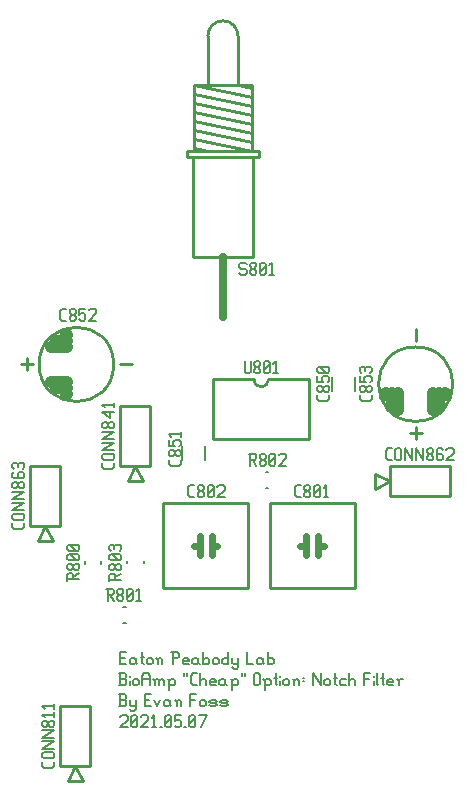
<source format=gto>
G04 start of page 2 for group 1 layer_idx 8 *
G04 Title: (unknown), top_silk *
G04 Creator: pcb-rnd 2.3.2 *
G04 CreationDate: 2021-05-12 18:23:49 UTC *
G04 For:  *
G04 Format: Gerber/RS-274X *
G04 PCB-Dimensions: 500000 500000 *
G04 PCB-Coordinate-Origin: lower left *
%MOIN*%
%FSLAX25Y25*%
%LNTOP_SILK_NONE_1*%
%ADD62C,0.0070*%
%ADD61C,0.0217*%
%ADD60C,0.0394*%
%ADD59C,0.0080*%
%ADD58C,0.0250*%
%ADD57C,0.0100*%
G54D57*X170000Y277500D02*Y297500D01*
X180000D02*Y277500D01*
Y297500D02*X170000D01*
X175000Y277500D02*X172500Y272500D01*
X175000Y277500D02*X177500Y272500D01*
X172500D02*X177500D01*
X192251Y382650D02*X216251D01*
X194251Y380650D02*Y347350D01*
X216251Y382650D02*Y380650D01*
X192251Y382650D02*Y380650D01*
X216251D01*
X201000Y306500D02*Y286500D01*
Y306500D02*X214500D01*
X194251Y347350D02*X214251D01*
G54D58*X204251D02*Y327350D01*
G54D57*X184327Y265173D02*X212673D01*
G54D59*X190760Y279638D02*Y284362D01*
X198240Y279638D02*Y284362D01*
G54D57*X194451Y404650D02*X214051D01*
X194451Y401650D02*X214051Y397750D01*
X194451Y404650D02*X214051Y400750D01*
Y403750D02*X209251Y404650D01*
X194451Y398650D02*X214051Y394750D01*
X194451Y395650D02*X214051Y391750D01*
X194451Y392650D02*X214051Y388750D01*
X194451Y389650D02*X214051Y385750D01*
X194451Y386650D02*X214051Y382750D01*
Y404650D02*Y382650D01*
X209251Y404650D02*Y420951D01*
X209250Y420952D01*
X194451Y404650D02*Y382650D01*
X199251Y421050D02*Y404650D01*
X194451Y383650D02*X199251Y382650D01*
X169823Y311500D02*X173823D01*
X137020D02*X141020D01*
X139020Y313500D02*Y309500D01*
G54D60*X152321Y305594D02*X146820D01*
X152321Y317406D02*X146820D01*
X152321Y303626D02*X148577D01*
X152321Y319374D02*X148577D01*
X152321Y301657D02*X151961D01*
X152321Y321343D02*X151961D01*
G54D59*X172329Y245229D02*Y246015D01*
X177839Y245229D02*Y246015D01*
X158202Y245107D02*Y245893D01*
X163712Y245107D02*Y245893D01*
G54D57*X184327Y236827D02*Y265173D01*
G54D61*X194563Y251000D02*X196531D01*
Y254150D02*Y247850D01*
G54D57*X212673Y265173D02*Y236827D01*
G54D61*X200469Y251000D02*X202437D01*
X200469Y254150D02*Y247850D01*
G54D57*X212673Y236827D02*X184327D01*
X160000Y197500D02*X150000D01*
G54D59*X171064Y230755D02*X171850D01*
X171064Y225245D02*X171850D01*
G54D57*X150000Y177500D02*X160000D01*
X150000D02*Y197500D01*
X160000D02*Y177500D01*
X155000D02*X152500Y172500D01*
X155000Y177500D02*X157500Y172500D01*
X152500D02*X157500D01*
X140000Y257500D02*X150000D01*
X140000D02*Y277500D01*
X150000D02*X140000D01*
X170000D02*X180000D01*
X150000D02*Y257500D01*
X145000D02*X142500Y252500D01*
X145000Y257500D02*X147500Y252500D01*
X142500D02*X147500D01*
X219827Y265173D02*X248173D01*
X233000Y286500D02*X201000D01*
X255000Y275000D02*Y270000D01*
G54D59*X218607Y275755D02*X219393D01*
X218607Y270245D02*X219393D01*
G54D57*X260000Y277500D02*Y267500D01*
Y272500D02*X255000Y275000D01*
X260000Y272500D02*X255000Y270000D01*
X260000Y277500D02*X280000D01*
Y267500D02*X260000D01*
X280000D02*Y277500D01*
X266500Y288520D02*X270500D01*
X268500Y319323D02*Y323323D01*
G54D60*X274406Y301821D02*Y296320D01*
X262594Y301821D02*Y296320D01*
X276374Y301821D02*Y298077D01*
X260626Y301821D02*Y298077D01*
G54D57*X248173Y265173D02*Y236827D01*
X268500Y286520D02*Y290520D01*
G54D60*X278343Y301821D02*Y301461D01*
X258657Y301821D02*Y301461D01*
G54D59*X248240Y302543D02*Y307267D01*
G54D57*X248173Y236827D02*X219827D01*
G54D61*X230063Y251000D02*X232031D01*
Y254150D02*Y247850D01*
G54D57*X233000Y286500D02*Y306500D01*
X219500D02*X233000D01*
X219827Y236827D02*Y265173D01*
G54D61*X235969Y251000D02*X237937D01*
X235969Y254150D02*Y247850D01*
G54D59*X240760Y302543D02*Y307267D01*
G54D57*X214251Y380650D02*Y347350D01*
X214500Y306500D02*G75*G03X219500Y306500I2500J0D01*G01*
X143020Y311500D02*G75*G03X167823Y311500I12402J0D01*G01*
G75*G03X143020Y311500I-12402J0D01*G01*
X268500Y292520D02*G75*G03X268500Y317323I0J12402D01*G01*
G75*G03X268500Y292520I0J-12402D01*G01*
X209250Y420952D02*G75*G03X199252Y421148I-4999J98D01*G01*
X199252Y421148D02*G75*G03X199251Y421050I4999J-98D01*G01*
G54D62*X193444Y267260D02*X194744D01*
X192744Y267960D02*X193444Y267260D01*
X192744Y270560D02*Y267960D01*
Y270560D02*X193444Y271260D01*
X194744D01*
X195944Y267760D02*X196444Y267260D01*
X195944Y268560D02*Y267760D01*
Y268560D02*X196644Y269260D01*
X197244D01*
X197944Y268560D01*
Y267760D01*
X197444Y267260D02*X197944Y267760D01*
X196444Y267260D02*X197444D01*
X195944Y269960D02*X196644Y269260D01*
X195944Y270760D02*Y269960D01*
Y270760D02*X196444Y271260D01*
X197444D01*
X197944Y270760D01*
Y269960D01*
X197244Y269260D02*X197944Y269960D01*
X199144Y267760D02*X199644Y267260D01*
X199144Y270760D02*Y267760D01*
Y270760D02*X199644Y271260D01*
X200644D01*
X201144Y270760D01*
Y267760D01*
X200644Y267260D02*X201144Y267760D01*
X199644Y267260D02*X200644D01*
X199144Y268260D02*X201144Y270260D01*
X202344Y270760D02*X202844Y271260D01*
X204344D01*
X204844Y270760D01*
Y269760D01*
X202344Y267260D02*X204844Y269760D01*
X202344Y267260D02*X204844D01*
X211500Y312500D02*Y309000D01*
X212000Y308500D01*
X213000D01*
X213500Y309000D01*
Y312500D02*Y309000D01*
X214700D02*X215200Y308500D01*
X214700Y309800D02*Y309000D01*
Y309800D02*X215400Y310500D01*
X216000D01*
X216700Y309800D01*
Y309000D01*
X216200Y308500D02*X216700Y309000D01*
X215200Y308500D02*X216200D01*
X214700Y311200D02*X215400Y310500D01*
X214700Y312000D02*Y311200D01*
Y312000D02*X215200Y312500D01*
X216200D01*
X216700Y312000D01*
Y311200D01*
X216000Y310500D02*X216700Y311200D01*
X217900Y309000D02*X218400Y308500D01*
X217900Y312000D02*Y309000D01*
Y312000D02*X218400Y312500D01*
X219400D01*
X219900Y312000D01*
Y309000D01*
X219400Y308500D02*X219900Y309000D01*
X218400Y308500D02*X219400D01*
X217900Y309500D02*X219900Y311500D01*
X221100Y311700D02*X221900Y312500D01*
Y308500D01*
X221100D02*X222600D01*
X212850Y281650D02*X214850D01*
X215350Y281150D01*
Y280150D01*
X214850Y279650D02*X215350Y280150D01*
X213350Y279650D02*X214850D01*
X213350Y281650D02*Y277650D01*
X214150Y279650D02*X215350Y277650D01*
X216550Y278150D02*X217050Y277650D01*
X216550Y278950D02*Y278150D01*
Y278950D02*X217250Y279650D01*
X217850D01*
X218550Y278950D01*
Y278150D01*
X218050Y277650D02*X218550Y278150D01*
X217050Y277650D02*X218050D01*
X216550Y280350D02*X217250Y279650D01*
X216550Y281150D02*Y280350D01*
Y281150D02*X217050Y281650D01*
X218050D01*
X218550Y281150D01*
Y280350D01*
X217850Y279650D02*X218550Y280350D01*
X219750Y278150D02*X220250Y277650D01*
X219750Y281150D02*Y278150D01*
Y281150D02*X220250Y281650D01*
X221250D01*
X221750Y281150D01*
Y278150D01*
X221250Y277650D02*X221750Y278150D01*
X220250Y277650D02*X221250D01*
X219750Y278650D02*X221750Y280650D01*
X222950Y281150D02*X223450Y281650D01*
X224950D01*
X225450Y281150D01*
Y280150D01*
X222950Y277650D02*X225450Y280150D01*
X222950Y277650D02*X225450D01*
X239746Y299874D02*Y301174D01*
X239046Y299174D02*X239746Y299874D01*
X236446Y299174D02*X239046D01*
X236446D02*X235746Y299874D01*
Y301174D01*
X239246Y302374D02*X239746Y302874D01*
X238446Y302374D02*X239246D01*
X238446D02*X237746Y303074D01*
Y303674D01*
X238446Y304374D01*
X239246D01*
X239746Y303874D02*X239246Y304374D01*
X239746Y302874D02*Y303874D01*
X237046Y302374D02*X237746Y303074D01*
X236246Y302374D02*X237046D01*
X236246D02*X235746Y302874D01*
Y303874D01*
X236246Y304374D01*
X237046D01*
X237746Y303674D02*X237046Y304374D01*
X235746Y305574D02*Y307574D01*
Y305574D02*X237746D01*
X237246Y306074D01*
Y307074D01*
X237746Y307574D01*
X239246D01*
X239746Y307074D02*X239246Y307574D01*
X239746Y306074D02*Y307074D01*
X239246Y305574D02*X239746Y306074D01*
X239246Y308774D02*X239746Y309274D01*
X236246Y308774D02*X239246D01*
X236246D02*X235746Y309274D01*
Y310274D01*
X236246Y310774D01*
X239246D01*
X239746Y310274D02*X239246Y310774D01*
X239746Y309274D02*Y310274D01*
X238746Y308774D02*X236746Y310774D01*
X170000Y213700D02*X171500D01*
X170000Y211500D02*X172000D01*
X170000Y215500D02*Y211500D01*
Y215500D02*X172000D01*
X174700Y213500D02*X175200Y213000D01*
X173700Y213500D02*X174700D01*
X173200Y213000D02*X173700Y213500D01*
X173200Y213000D02*Y212000D01*
X173700Y211500D01*
X175200Y213500D02*Y212000D01*
X175700Y211500D01*
X173700D02*X174700D01*
X175200Y212000D01*
X177400Y215500D02*Y212000D01*
X177900Y211500D01*
X176900Y214000D02*X177900D01*
X178900Y213000D02*Y212000D01*
Y213000D02*X179400Y213500D01*
X180400D01*
X180900Y213000D01*
Y212000D01*
X180400Y211500D02*X180900Y212000D01*
X179400Y211500D02*X180400D01*
X178900Y212000D02*X179400Y211500D01*
X182600Y213000D02*Y211500D01*
Y213000D02*X183100Y213500D01*
X183600D01*
X184100Y213000D01*
Y211500D01*
X182100Y213500D02*X182600Y213000D01*
X187600Y215500D02*Y211500D01*
X187100Y215500D02*X189100D01*
X189600Y215000D01*
Y214000D01*
X189100Y213500D02*X189600Y214000D01*
X187600Y213500D02*X189100D01*
X191300Y211500D02*X192800D01*
X190800Y212000D02*X191300Y211500D01*
X190800Y213000D02*Y212000D01*
Y213000D02*X191300Y213500D01*
X192300D01*
X192800Y213000D01*
X190800Y212500D02*X192800D01*
Y213000D01*
X195500Y213500D02*X196000Y213000D01*
X194500Y213500D02*X195500D01*
X194000Y213000D02*X194500Y213500D01*
X194000Y213000D02*Y212000D01*
X194500Y211500D01*
X196000Y213500D02*Y212000D01*
X196500Y211500D01*
X194500D02*X195500D01*
X196000Y212000D01*
X197700Y215500D02*Y211500D01*
Y212000D02*X198200Y211500D01*
X199200D01*
X199700Y212000D01*
Y213000D02*Y212000D01*
X199200Y213500D02*X199700Y213000D01*
X198200Y213500D02*X199200D01*
X197700Y213000D02*X198200Y213500D01*
X200900Y213000D02*Y212000D01*
Y213000D02*X201400Y213500D01*
X202400D01*
X202900Y213000D01*
Y212000D01*
X202400Y211500D02*X202900Y212000D01*
X201400Y211500D02*X202400D01*
X200900Y212000D02*X201400Y211500D01*
X206100Y215500D02*Y211500D01*
X205600D02*X206100Y212000D01*
X204600Y211500D02*X205600D01*
X204100Y212000D02*X204600Y211500D01*
X204100Y213000D02*Y212000D01*
Y213000D02*X204600Y213500D01*
X205600D01*
X206100Y213000D01*
X207300Y213500D02*Y212000D01*
X207800Y211500D01*
X209300Y213500D02*Y210500D01*
X208800Y210000D02*X209300Y210500D01*
X207800Y210000D02*X208800D01*
X207300Y210500D02*X207800Y210000D01*
Y211500D02*X208800D01*
X209300Y212000D01*
X212300Y215500D02*Y211500D01*
X214300D01*
X217000Y213500D02*X217500Y213000D01*
X216000Y213500D02*X217000D01*
X215500Y213000D02*X216000Y213500D01*
X215500Y213000D02*Y212000D01*
X216000Y211500D01*
X217500Y213500D02*Y212000D01*
X218000Y211500D01*
X216000D02*X217000D01*
X217500Y212000D01*
X219200Y215500D02*Y211500D01*
Y212000D02*X219700Y211500D01*
X220700D01*
X221200Y212000D01*
Y213000D02*Y212000D01*
X220700Y213500D02*X221200Y213000D01*
X219700Y213500D02*X220700D01*
X219200Y213000D02*X219700Y213500D01*
X169500Y197500D02*X171500D01*
X172000Y198000D01*
Y199200D02*Y198000D01*
X171500Y199700D02*X172000Y199200D01*
X170000Y199700D02*X171500D01*
X170000Y201500D02*Y197500D01*
X169500Y201500D02*X171500D01*
X172000Y201000D01*
Y200200D01*
X171500Y199700D02*X172000Y200200D01*
X173200Y199500D02*Y198000D01*
X173700Y197500D01*
X175200Y199500D02*Y196500D01*
X174700Y196000D02*X175200Y196500D01*
X173700Y196000D02*X174700D01*
X173200Y196500D02*X173700Y196000D01*
Y197500D02*X174700D01*
X175200Y198000D01*
X178200Y199700D02*X179700D01*
X178200Y197500D02*X180200D01*
X178200Y201500D02*Y197500D01*
Y201500D02*X180200D01*
X181400Y199500D02*X182400Y197500D01*
X183400Y199500D02*X182400Y197500D01*
X186100Y199500D02*X186600Y199000D01*
X185100Y199500D02*X186100D01*
X184600Y199000D02*X185100Y199500D01*
X184600Y199000D02*Y198000D01*
X185100Y197500D01*
X186600Y199500D02*Y198000D01*
X187100Y197500D01*
X185100D02*X186100D01*
X186600Y198000D01*
X188800Y199000D02*Y197500D01*
Y199000D02*X189300Y199500D01*
X189800D01*
X190300Y199000D01*
Y197500D01*
X188300Y199500D02*X188800Y199000D01*
X193300Y201500D02*Y197500D01*
Y201500D02*X195300D01*
X193300Y199700D02*X194800D01*
X196500Y199000D02*Y198000D01*
Y199000D02*X197000Y199500D01*
X198000D01*
X198500Y199000D01*
Y198000D01*
X198000Y197500D02*X198500Y198000D01*
X197000Y197500D02*X198000D01*
X196500Y198000D02*X197000Y197500D01*
X200200D02*X201700D01*
X202200Y198000D01*
X201700Y198500D02*X202200Y198000D01*
X200200Y198500D02*X201700D01*
X199700Y199000D02*X200200Y198500D01*
X199700Y199000D02*X200200Y199500D01*
X201700D01*
X202200Y199000D01*
X199700Y198000D02*X200200Y197500D01*
X203900D02*X205400D01*
X205900Y198000D01*
X205400Y198500D02*X205900Y198000D01*
X203900Y198500D02*X205400D01*
X203400Y199000D02*X203900Y198500D01*
X203400Y199000D02*X203900Y199500D01*
X205400D01*
X205900Y199000D01*
X203400Y198000D02*X203900Y197500D01*
X228944Y267260D02*X230244D01*
X228244Y267960D02*X228944Y267260D01*
X228244Y270560D02*Y267960D01*
Y270560D02*X228944Y271260D01*
X230244D01*
X231444Y267760D02*X231944Y267260D01*
X231444Y268560D02*Y267760D01*
Y268560D02*X232144Y269260D01*
X232744D01*
X233444Y268560D01*
Y267760D01*
X232944Y267260D02*X233444Y267760D01*
X231944Y267260D02*X232944D01*
X231444Y269960D02*X232144Y269260D01*
X231444Y270760D02*Y269960D01*
Y270760D02*X231944Y271260D01*
X232944D01*
X233444Y270760D01*
Y269960D01*
X232744Y269260D02*X233444Y269960D01*
X234644Y267760D02*X235144Y267260D01*
X234644Y270760D02*Y267760D01*
Y270760D02*X235144Y271260D01*
X236144D01*
X236644Y270760D01*
Y267760D01*
X236144Y267260D02*X236644Y267760D01*
X235144Y267260D02*X236144D01*
X234644Y268260D02*X236644Y270260D01*
X237844Y270460D02*X238644Y271260D01*
Y267260D01*
X237844D02*X239344D01*
X190246Y278440D02*Y279740D01*
X189546Y277740D02*X190246Y278440D01*
X186946Y277740D02*X189546D01*
X186946D02*X186246Y278440D01*
Y279740D01*
X189746Y280940D02*X190246Y281440D01*
X188946Y280940D02*X189746D01*
X188946D02*X188246Y281640D01*
Y282240D01*
X188946Y282940D01*
X189746D01*
X190246Y282440D02*X189746Y282940D01*
X190246Y281440D02*Y282440D01*
X187546Y280940D02*X188246Y281640D01*
X186746Y280940D02*X187546D01*
X186746D02*X186246Y281440D01*
Y282440D01*
X186746Y282940D01*
X187546D01*
X188246Y282240D02*X187546Y282940D01*
X186246Y284140D02*Y286140D01*
Y284140D02*X188246D01*
X187746Y284640D01*
Y285640D01*
X188246Y286140D01*
X189746D01*
X190246Y285640D02*X189746Y286140D01*
X190246Y284640D02*Y285640D01*
X189746Y284140D02*X190246Y284640D01*
X187046Y287340D02*X186246Y288140D01*
X190246D01*
Y287340D02*Y288840D01*
X166307Y239264D02*Y241264D01*
X166807Y241764D01*
X167807D01*
X168307Y241264D02*X167807Y241764D01*
X168307Y239764D02*Y241264D01*
X166307Y239764D02*X170307D01*
X168307Y240564D02*X170307Y241764D01*
X169807Y242964D02*X170307Y243464D01*
X169007Y242964D02*X169807D01*
X169007D02*X168307Y243664D01*
Y244264D01*
X169007Y244964D01*
X169807D01*
X170307Y244464D02*X169807Y244964D01*
X170307Y243464D02*Y244464D01*
X167607Y242964D02*X168307Y243664D01*
X166807Y242964D02*X167607D01*
X166807D02*X166307Y243464D01*
Y244464D01*
X166807Y244964D01*
X167607D01*
X168307Y244264D02*X167607Y244964D01*
X169807Y246164D02*X170307Y246664D01*
X166807Y246164D02*X169807D01*
X166807D02*X166307Y246664D01*
Y247664D01*
X166807Y248164D01*
X169807D01*
X170307Y247664D02*X169807Y248164D01*
X170307Y246664D02*Y247664D01*
X169307Y246164D02*X167307Y248164D01*
X166807Y249364D02*X166307Y249864D01*
Y250864D01*
X166807Y251364D01*
X170307Y250864D02*X169807Y251364D01*
X170307Y249864D02*Y250864D01*
X169807Y249364D02*X170307Y249864D01*
X168107D02*Y250864D01*
X166807Y251364D02*X167607D01*
X168607D02*X169807D01*
X168607D02*X168107Y250864D01*
X167607Y251364D02*X168107Y250864D01*
X165307Y236650D02*X167307D01*
X167807Y236150D01*
Y235150D01*
X167307Y234650D02*X167807Y235150D01*
X165807Y234650D02*X167307D01*
X165807Y236650D02*Y232650D01*
X166607Y234650D02*X167807Y232650D01*
X169007Y233150D02*X169507Y232650D01*
X169007Y233950D02*Y233150D01*
Y233950D02*X169707Y234650D01*
X170307D01*
X171007Y233950D01*
Y233150D01*
X170507Y232650D02*X171007Y233150D01*
X169507Y232650D02*X170507D01*
X169007Y235350D02*X169707Y234650D01*
X169007Y236150D02*Y235350D01*
Y236150D02*X169507Y236650D01*
X170507D01*
X171007Y236150D01*
Y235350D01*
X170307Y234650D02*X171007Y235350D01*
X172207Y233150D02*X172707Y232650D01*
X172207Y236150D02*Y233150D01*
Y236150D02*X172707Y236650D01*
X173707D01*
X174207Y236150D01*
Y233150D01*
X173707Y232650D02*X174207Y233150D01*
X172707Y232650D02*X173707D01*
X172207Y233650D02*X174207Y235650D01*
X175407Y235850D02*X176207Y236650D01*
Y232650D01*
X175407D02*X176907D01*
X211651Y345450D02*X212151Y344950D01*
X210151Y345450D02*X211651D01*
X209651Y344950D02*X210151Y345450D01*
X209651Y344950D02*Y343950D01*
X210151Y343450D01*
X211651D01*
X212151Y342950D01*
Y341950D01*
X211651Y341450D02*X212151Y341950D01*
X210151Y341450D02*X211651D01*
X209651Y341950D02*X210151Y341450D01*
X213351Y341950D02*X213851Y341450D01*
X213351Y342750D02*Y341950D01*
Y342750D02*X214051Y343450D01*
X214651D01*
X215351Y342750D01*
Y341950D01*
X214851Y341450D02*X215351Y341950D01*
X213851Y341450D02*X214851D01*
X213351Y344150D02*X214051Y343450D01*
X213351Y344950D02*Y344150D01*
Y344950D02*X213851Y345450D01*
X214851D01*
X215351Y344950D01*
Y344150D01*
X214651Y343450D02*X215351Y344150D01*
X216551Y341950D02*X217051Y341450D01*
X216551Y344950D02*Y341950D01*
Y344950D02*X217051Y345450D01*
X218051D01*
X218551Y344950D01*
Y341950D01*
X218051Y341450D02*X218551Y341950D01*
X217051Y341450D02*X218051D01*
X216551Y342450D02*X218551Y344450D01*
X219751Y344650D02*X220551Y345450D01*
Y341450D01*
X219751D02*X221251D01*
X170000Y194000D02*X170500Y194500D01*
X172000D01*
X172500Y194000D01*
Y193000D01*
X170000Y190500D02*X172500Y193000D01*
X170000Y190500D02*X172500D01*
X173700Y191000D02*X174200Y190500D01*
X173700Y194000D02*Y191000D01*
Y194000D02*X174200Y194500D01*
X175200D01*
X175700Y194000D01*
Y191000D01*
X175200Y190500D02*X175700Y191000D01*
X174200Y190500D02*X175200D01*
X173700Y191500D02*X175700Y193500D01*
X176900Y194000D02*X177400Y194500D01*
X178900D01*
X179400Y194000D01*
Y193000D01*
X176900Y190500D02*X179400Y193000D01*
X176900Y190500D02*X179400D01*
X180600Y193700D02*X181400Y194500D01*
Y190500D01*
X180600D02*X182100D01*
X183300D02*X183800D01*
X185000Y191000D02*X185500Y190500D01*
X185000Y194000D02*Y191000D01*
Y194000D02*X185500Y194500D01*
X186500D01*
X187000Y194000D01*
Y191000D01*
X186500Y190500D02*X187000Y191000D01*
X185500Y190500D02*X186500D01*
X185000Y191500D02*X187000Y193500D01*
X188200Y194500D02*X190200D01*
X188200D02*Y192500D01*
X188700Y193000D01*
X189700D01*
X190200Y192500D01*
Y191000D01*
X189700Y190500D02*X190200Y191000D01*
X188700Y190500D02*X189700D01*
X188200Y191000D02*X188700Y190500D01*
X191400D02*X191900D01*
X193100Y191000D02*X193600Y190500D01*
X193100Y194000D02*Y191000D01*
Y194000D02*X193600Y194500D01*
X194600D01*
X195100Y194000D01*
Y191000D01*
X194600Y190500D02*X195100Y191000D01*
X193600Y190500D02*X194600D01*
X193100Y191500D02*X195100Y193500D01*
X196800Y190500D02*X198800Y194500D01*
X196300D02*X198800D01*
X169500Y204500D02*X171500D01*
X172000Y205000D01*
Y206200D02*Y205000D01*
X171500Y206700D02*X172000Y206200D01*
X170000Y206700D02*X171500D01*
X170000Y208500D02*Y204500D01*
X169500Y208500D02*X171500D01*
X172000Y208000D01*
Y207200D01*
X171500Y206700D02*X172000Y207200D01*
X173200Y207500D02*Y207400D01*
Y206000D02*Y204500D01*
X174200Y206000D02*Y205000D01*
Y206000D02*X174700Y206500D01*
X175700D01*
X176200Y206000D01*
Y205000D01*
X175700Y204500D02*X176200Y205000D01*
X174700Y204500D02*X175700D01*
X174200Y205000D02*X174700Y204500D01*
X177400Y207500D02*Y204500D01*
Y207500D02*X178100Y208500D01*
X179200D01*
X179900Y207500D01*
Y204500D01*
X177400Y206500D02*X179900D01*
X181600Y206000D02*Y204500D01*
Y206000D02*X182100Y206500D01*
X182600D01*
X183100Y206000D01*
Y204500D01*
Y206000D02*X183600Y206500D01*
X184100D01*
X184600Y206000D01*
Y204500D01*
X181100Y206500D02*X181600Y206000D01*
X186300D02*Y203000D01*
X185800Y206500D02*X186300Y206000D01*
X186800Y206500D01*
X187800D01*
X188300Y206000D01*
Y205000D01*
X187800Y204500D02*X188300Y205000D01*
X186800Y204500D02*X187800D01*
X186300Y205000D02*X186800Y204500D01*
X191300Y208500D02*Y207500D01*
X192300Y208500D02*Y207500D01*
X194200Y204500D02*X195500D01*
X193500Y205200D02*X194200Y204500D01*
X193500Y207800D02*Y205200D01*
Y207800D02*X194200Y208500D01*
X195500D01*
X196700D02*Y204500D01*
Y206000D02*X197200Y206500D01*
X198200D01*
X198700Y206000D01*
Y204500D01*
X200400D02*X201900D01*
X199900Y205000D02*X200400Y204500D01*
X199900Y206000D02*Y205000D01*
Y206000D02*X200400Y206500D01*
X201400D01*
X201900Y206000D01*
X199900Y205500D02*X201900D01*
Y206000D01*
X204600Y206500D02*X205100Y206000D01*
X203600Y206500D02*X204600D01*
X203100Y206000D02*X203600Y206500D01*
X203100Y206000D02*Y205000D01*
X203600Y204500D01*
X205100Y206500D02*Y205000D01*
X205600Y204500D01*
X203600D02*X204600D01*
X205100Y205000D01*
X207300Y206000D02*Y203000D01*
X206800Y206500D02*X207300Y206000D01*
X207800Y206500D01*
X208800D01*
X209300Y206000D01*
Y205000D01*
X208800Y204500D02*X209300Y205000D01*
X207800Y204500D02*X208800D01*
X207300Y205000D02*X207800Y204500D01*
X210500Y208500D02*Y207500D01*
X211500Y208500D02*Y207500D01*
X214500Y208000D02*Y205000D01*
Y208000D02*X215000Y208500D01*
X216000D01*
X216500Y208000D01*
Y205000D01*
X216000Y204500D02*X216500Y205000D01*
X215000Y204500D02*X216000D01*
X214500Y205000D02*X215000Y204500D01*
X218200Y206000D02*Y203000D01*
X217700Y206500D02*X218200Y206000D01*
X218700Y206500D01*
X219700D01*
X220200Y206000D01*
Y205000D01*
X219700Y204500D02*X220200Y205000D01*
X218700Y204500D02*X219700D01*
X218200Y205000D02*X218700Y204500D01*
X221900Y208500D02*Y205000D01*
X222400Y204500D01*
X221400Y207000D02*X222400D01*
X223400Y207500D02*Y207400D01*
Y206000D02*Y204500D01*
X224400Y206000D02*Y205000D01*
Y206000D02*X224900Y206500D01*
X225900D01*
X226400Y206000D01*
Y205000D01*
X225900Y204500D02*X226400Y205000D01*
X224900Y204500D02*X225900D01*
X224400Y205000D02*X224900Y204500D01*
X228100Y206000D02*Y204500D01*
Y206000D02*X228600Y206500D01*
X229100D01*
X229600Y206000D01*
Y204500D01*
X227600Y206500D02*X228100Y206000D01*
X230800Y207000D02*X231300D01*
X230800Y206000D02*X231300D01*
X234300Y208500D02*Y204500D01*
Y208500D02*X236800Y204500D01*
Y208500D02*Y204500D01*
X238000Y206000D02*Y205000D01*
Y206000D02*X238500Y206500D01*
X239500D01*
X240000Y206000D01*
Y205000D01*
X239500Y204500D02*X240000Y205000D01*
X238500Y204500D02*X239500D01*
X238000Y205000D02*X238500Y204500D01*
X241700Y208500D02*Y205000D01*
X242200Y204500D01*
X241200Y207000D02*X242200D01*
X243700Y206500D02*X245200D01*
X243200Y206000D02*X243700Y206500D01*
X243200Y206000D02*Y205000D01*
X243700Y204500D01*
X245200D01*
X246400Y208500D02*Y204500D01*
Y206000D02*X246900Y206500D01*
X247900D01*
X248400Y206000D01*
Y204500D01*
X251400Y208500D02*Y204500D01*
Y208500D02*X253400D01*
X251400Y206700D02*X252900D01*
X254600Y207500D02*Y207400D01*
Y206000D02*Y204500D01*
X255600Y208500D02*Y205000D01*
X256100Y204500D01*
X257600Y208500D02*Y205000D01*
X258100Y204500D01*
X257100Y207000D02*X258100D01*
X259600Y204500D02*X261100D01*
X259100Y205000D02*X259600Y204500D01*
X259100Y206000D02*Y205000D01*
Y206000D02*X259600Y206500D01*
X260600D01*
X261100Y206000D01*
X259100Y205500D02*X261100D01*
Y206000D01*
X262800D02*Y204500D01*
Y206000D02*X263300Y206500D01*
X264300D01*
X262300D02*X262800Y206000D01*
X259200Y279500D02*X260500D01*
X258500Y280200D02*X259200Y279500D01*
X258500Y282800D02*Y280200D01*
Y282800D02*X259200Y283500D01*
X260500D01*
X261700Y283000D02*Y280000D01*
Y283000D02*X262200Y283500D01*
X263200D01*
X263700Y283000D01*
Y280000D01*
X263200Y279500D02*X263700Y280000D01*
X262200Y279500D02*X263200D01*
X261700Y280000D02*X262200Y279500D01*
X264900Y283500D02*Y279500D01*
Y283500D02*X267400Y279500D01*
Y283500D02*Y279500D01*
X268600Y283500D02*Y279500D01*
Y283500D02*X271100Y279500D01*
Y283500D02*Y279500D01*
X272300Y280000D02*X272800Y279500D01*
X272300Y280800D02*Y280000D01*
Y280800D02*X273000Y281500D01*
X273600D01*
X274300Y280800D01*
Y280000D01*
X273800Y279500D02*X274300Y280000D01*
X272800Y279500D02*X273800D01*
X272300Y282200D02*X273000Y281500D01*
X272300Y283000D02*Y282200D01*
Y283000D02*X272800Y283500D01*
X273800D01*
X274300Y283000D01*
Y282200D01*
X273600Y281500D02*X274300Y282200D01*
X277000Y283500D02*X277500Y283000D01*
X276000Y283500D02*X277000D01*
X275500Y283000D02*X276000Y283500D01*
X275500Y283000D02*Y280000D01*
X276000Y279500D01*
X277000Y281700D02*X277500Y281200D01*
X275500Y281700D02*X277000D01*
X276000Y279500D02*X277000D01*
X277500Y280000D01*
Y281200D02*Y280000D01*
X278700Y283000D02*X279200Y283500D01*
X280700D01*
X281200Y283000D01*
Y282000D01*
X278700Y279500D02*X281200Y282000D01*
X278700Y279500D02*X281200D01*
X253890Y299855D02*Y301155D01*
X253190Y299155D02*X253890Y299855D01*
X250590Y299155D02*X253190D01*
X250590D02*X249890Y299855D01*
Y301155D01*
X253390Y302355D02*X253890Y302855D01*
X252590Y302355D02*X253390D01*
X252590D02*X251890Y303055D01*
Y303655D01*
X252590Y304355D01*
X253390D01*
X253890Y303855D02*X253390Y304355D01*
X253890Y302855D02*Y303855D01*
X251190Y302355D02*X251890Y303055D01*
X250390Y302355D02*X251190D01*
X250390D02*X249890Y302855D01*
Y303855D01*
X250390Y304355D01*
X251190D01*
X251890Y303655D02*X251190Y304355D01*
X249890Y305555D02*Y307555D01*
Y305555D02*X251890D01*
X251390Y306055D01*
Y307055D01*
X251890Y307555D01*
X253390D01*
X253890Y307055D02*X253390Y307555D01*
X253890Y306055D02*Y307055D01*
X253390Y305555D02*X253890Y306055D01*
X250390Y308755D02*X249890Y309255D01*
Y310255D01*
X250390Y310755D01*
X253890Y310255D02*X253390Y310755D01*
X253890Y309255D02*Y310255D01*
X253390Y308755D02*X253890Y309255D01*
X251690D02*Y310255D01*
X250390Y310755D02*X251190D01*
X252190D02*X253390D01*
X252190D02*X251690Y310255D01*
X251190Y310755D02*X251690Y310255D01*
X148000Y177700D02*Y179000D01*
X147300Y177000D02*X148000Y177700D01*
X144700Y177000D02*X147300D01*
X144700D02*X144000Y177700D01*
Y179000D01*
X144500Y180200D02*X147500D01*
X144500D02*X144000Y180700D01*
Y181700D01*
X144500Y182200D01*
X147500D01*
X148000Y181700D02*X147500Y182200D01*
X148000Y180700D02*Y181700D01*
X147500Y180200D02*X148000Y180700D01*
X144000Y183400D02*X148000D01*
X144000D02*X148000Y185900D01*
X144000D02*X148000D01*
X144000Y187100D02*X148000D01*
X144000D02*X148000Y189600D01*
X144000D02*X148000D01*
X147500Y190800D02*X148000Y191300D01*
X146700Y190800D02*X147500D01*
X146700D02*X146000Y191500D01*
Y192100D01*
X146700Y192800D01*
X147500D01*
X148000Y192300D02*X147500Y192800D01*
X148000Y191300D02*Y192300D01*
X145300Y190800D02*X146000Y191500D01*
X144500Y190800D02*X145300D01*
X144500D02*X144000Y191300D01*
Y192300D01*
X144500Y192800D01*
X145300D01*
X146000Y192100D02*X145300Y192800D01*
X144800Y194000D02*X144000Y194800D01*
X148000D01*
Y194000D02*Y195500D01*
X144800Y196700D02*X144000Y197500D01*
X148000D01*
Y196700D02*Y198200D01*
X168000Y277200D02*Y278500D01*
X167300Y276500D02*X168000Y277200D01*
X164700Y276500D02*X167300D01*
X164700D02*X164000Y277200D01*
Y278500D01*
X164500Y279700D02*X167500D01*
X164500D02*X164000Y280200D01*
Y281200D01*
X164500Y281700D01*
X167500D01*
X168000Y281200D02*X167500Y281700D01*
X168000Y280200D02*Y281200D01*
X167500Y279700D02*X168000Y280200D01*
X164000Y282900D02*X168000D01*
X164000D02*X168000Y285400D01*
X164000D02*X168000D01*
X164000Y286600D02*X168000D01*
X164000D02*X168000Y289100D01*
X164000D02*X168000D01*
X167500Y290300D02*X168000Y290800D01*
X166700Y290300D02*X167500D01*
X166700D02*X166000Y291000D01*
Y291600D01*
X166700Y292300D01*
X167500D01*
X168000Y291800D02*X167500Y292300D01*
X168000Y290800D02*Y291800D01*
X165300Y290300D02*X166000Y291000D01*
X164500Y290300D02*X165300D01*
X164500D02*X164000Y290800D01*
Y291800D01*
X164500Y292300D01*
X165300D01*
X166000Y291600D02*X165300Y292300D01*
X166500Y293500D02*X164000Y295500D01*
X166500Y293500D02*Y296000D01*
X164000Y295500D02*X168000D01*
X164800Y297200D02*X164000Y298000D01*
X168000D01*
Y297200D02*Y298700D01*
X150653Y326000D02*X151953D01*
X149953Y326700D02*X150653Y326000D01*
X149953Y329300D02*Y326700D01*
Y329300D02*X150653Y330000D01*
X151953D01*
X153153Y326500D02*X153653Y326000D01*
X153153Y327300D02*Y326500D01*
Y327300D02*X153853Y328000D01*
X154453D01*
X155153Y327300D01*
Y326500D01*
X154653Y326000D02*X155153Y326500D01*
X153653Y326000D02*X154653D01*
X153153Y328700D02*X153853Y328000D01*
X153153Y329500D02*Y328700D01*
Y329500D02*X153653Y330000D01*
X154653D01*
X155153Y329500D01*
Y328700D01*
X154453Y328000D02*X155153Y328700D01*
X156353Y330000D02*X158353D01*
X156353D02*Y328000D01*
X156853Y328500D01*
X157853D01*
X158353Y328000D01*
Y326500D01*
X157853Y326000D02*X158353Y326500D01*
X156853Y326000D02*X157853D01*
X156353Y326500D02*X156853Y326000D01*
X159553Y329500D02*X160053Y330000D01*
X161553D01*
X162053Y329500D01*
Y328500D01*
X159553Y326000D02*X162053Y328500D01*
X159553Y326000D02*X162053D01*
X152307Y239350D02*Y241350D01*
X152807Y241850D01*
X153807D01*
X154307Y241350D02*X153807Y241850D01*
X154307Y239850D02*Y241350D01*
X152307Y239850D02*X156307D01*
X154307Y240650D02*X156307Y241850D01*
X155807Y243050D02*X156307Y243550D01*
X155007Y243050D02*X155807D01*
X155007D02*X154307Y243750D01*
Y244350D01*
X155007Y245050D01*
X155807D01*
X156307Y244550D02*X155807Y245050D01*
X156307Y243550D02*Y244550D01*
X153607Y243050D02*X154307Y243750D01*
X152807Y243050D02*X153607D01*
X152807D02*X152307Y243550D01*
Y244550D01*
X152807Y245050D01*
X153607D01*
X154307Y244350D02*X153607Y245050D01*
X155807Y246250D02*X156307Y246750D01*
X152807Y246250D02*X155807D01*
X152807D02*X152307Y246750D01*
Y247750D01*
X152807Y248250D01*
X155807D01*
X156307Y247750D02*X155807Y248250D01*
X156307Y246750D02*Y247750D01*
X155307Y246250D02*X153307Y248250D01*
X155807Y249450D02*X156307Y249950D01*
X152807Y249450D02*X155807D01*
X152807D02*X152307Y249950D01*
Y250950D01*
X152807Y251450D01*
X155807D01*
X156307Y250950D02*X155807Y251450D01*
X156307Y249950D02*Y250950D01*
X155307Y249450D02*X153307Y251450D01*
X138000Y257200D02*Y258500D01*
X137300Y256500D02*X138000Y257200D01*
X134700Y256500D02*X137300D01*
X134700D02*X134000Y257200D01*
Y258500D01*
X134500Y259700D02*X137500D01*
X134500D02*X134000Y260200D01*
Y261200D01*
X134500Y261700D01*
X137500D01*
X138000Y261200D02*X137500Y261700D01*
X138000Y260200D02*Y261200D01*
X137500Y259700D02*X138000Y260200D01*
X134000Y262900D02*X138000D01*
X134000D02*X138000Y265400D01*
X134000D02*X138000D01*
X134000Y266600D02*X138000D01*
X134000D02*X138000Y269100D01*
X134000D02*X138000D01*
X137500Y270300D02*X138000Y270800D01*
X136700Y270300D02*X137500D01*
X136700D02*X136000Y271000D01*
Y271600D01*
X136700Y272300D01*
X137500D01*
X138000Y271800D02*X137500Y272300D01*
X138000Y270800D02*Y271800D01*
X135300Y270300D02*X136000Y271000D01*
X134500Y270300D02*X135300D01*
X134500D02*X134000Y270800D01*
Y271800D01*
X134500Y272300D01*
X135300D01*
X136000Y271600D02*X135300Y272300D01*
X134000Y275000D02*X134500Y275500D01*
X134000Y274000D02*Y275000D01*
X134500Y273500D02*X134000Y274000D01*
X134500Y273500D02*X137500D01*
X138000Y274000D01*
X135800Y275000D02*X136300Y275500D01*
X135800Y273500D02*Y275000D01*
X138000Y274000D02*Y275000D01*
X137500Y275500D01*
X136300D02*X137500D01*
X134500Y276700D02*X134000Y277200D01*
Y278200D01*
X134500Y278700D01*
X138000Y278200D02*X137500Y278700D01*
X138000Y277200D02*Y278200D01*
X137500Y276700D02*X138000Y277200D01*
X135800D02*Y278200D01*
X134500Y278700D02*X135300D01*
X136300D02*X137500D01*
X136300D02*X135800Y278200D01*
X135300Y278700D02*X135800Y278200D01*
M02*

</source>
